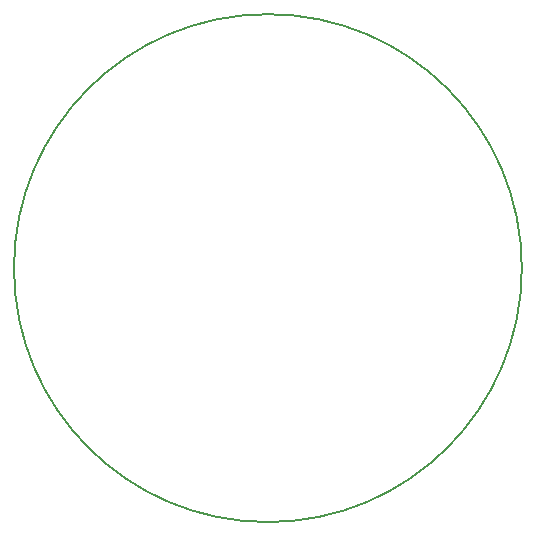
<source format=gbr>
%TF.GenerationSoftware,KiCad,Pcbnew,8.0.2*%
%TF.CreationDate,2025-06-01T21:04:34-04:00*%
%TF.ProjectId,casino-chip,63617369-6e6f-42d6-9368-69702e6b6963,0*%
%TF.SameCoordinates,Original*%
%TF.FileFunction,Profile,NP*%
%FSLAX46Y46*%
G04 Gerber Fmt 4.6, Leading zero omitted, Abs format (unit mm)*
G04 Created by KiCad (PCBNEW 8.0.2) date 2025-06-01 21:04:34*
%MOMM*%
%LPD*%
G01*
G04 APERTURE LIST*
%TA.AperFunction,Profile*%
%ADD10C,0.200000*%
%TD*%
G04 APERTURE END LIST*
D10*
X121500000Y-100000000D02*
G75*
G02*
X78500000Y-100000000I-21500000J0D01*
G01*
X78500000Y-100000000D02*
G75*
G02*
X121500000Y-100000000I21500000J0D01*
G01*
M02*

</source>
